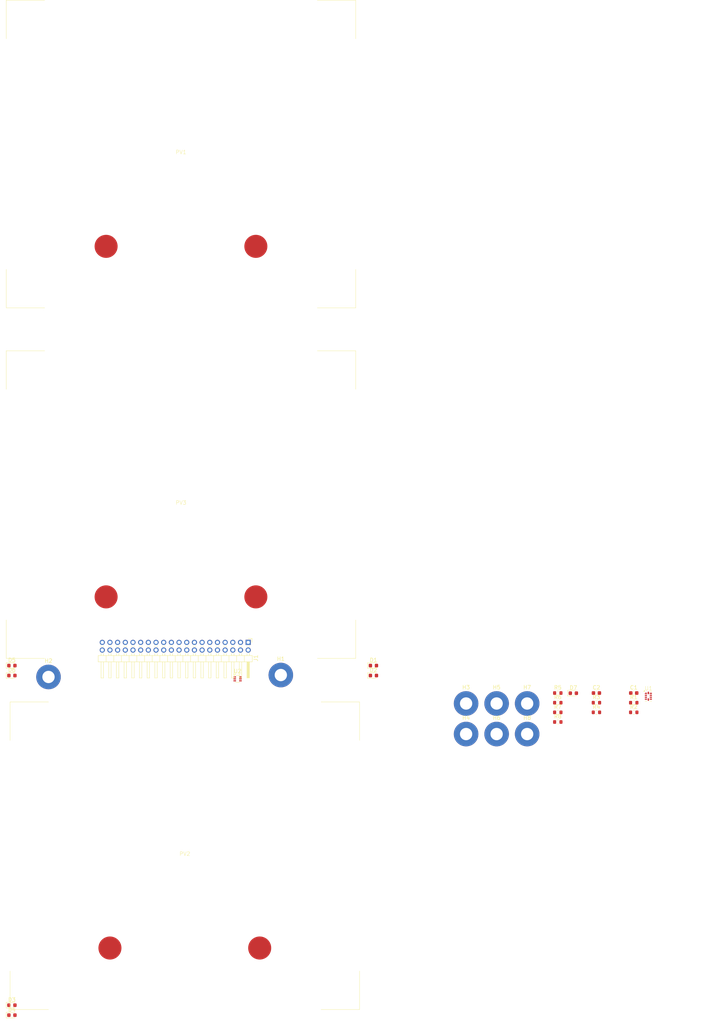
<source format=kicad_pcb>
(kicad_pcb (version 20240108) (generator "pcbnew") (generator_version "8.0")
  (layers (0 "F.Cu" signal) (31 "B.Cu" signal) (34 "B.Paste" user) (35 "F.Paste" user) (36 "B.SilkS" user "B.Silkscreen") (37 "F.SilkS" user "F.Silkscreen") (38 "B.Mask" user) (39 "F.Mask" user) (44 "Edge.Cuts" user))
  (net 0 "")
  (net 1 "/V_3.3A")
  (net 2 "/V_GND")
  (net 3 "/V_SOLAR")
  (net 4 "/SUN_SENSOR/PHOTODIODE_4")
  (net 5 "/MAGNET")
  (net 6 "/I2C_A.SCL")
  (net 7 "/RESET")
  (net 8 "/I2C_B.SCL")
  (net 9 "/V_3.3B")
  (net 10 "/CAN.H")
  (net 11 "/USB.DP")
  (net 12 "/SHUTDOWN")
  (net 13 "/I2C_A.SDA")
  (net 14 "/I2C_B.SDA")
  (net 15 "/V_BAT")
  (net 16 "/CAN.L")
  (net 17 "/USB.DM")
  (net 18 "Net-(U1-ADDR)")
  (net 19 "Net-(U2-ADD0)")
  (net 20 "/ADC/AIN_1")
  (net 21 "/ADC/AIN_2")
  (net 22 "/ADC/AIN_3")
  (net 23 "/ADC/AIN_0")
  (footprint "MountingHole:MountingHole_3.2mm_M3_Pad_TopBottom" (layer "F.Cu") (at 120 102.5)
    (property "Reference" "H1" (at 0 -4.2 0) (layer "F.SilkS"))
    (property "Value" "MountingHole_Pad")
    (pad "1" thru_hole circle (at 0 0) (size 3.6 3.6) (drill 3.2) (layers "*.Cu" "*.Mask") (net 2 "/V_GND"))
    (pad "1" connect circle (at 0 0) (size 6.4 6.4) (layers "F.Cu" "F.Mask") (net 2 "/V_GND"))
    (pad "1" connect circle (at 0 0) (size 6.4 6.4) (layers "B.Cu" "B.Mask") (net 2 "/V_GND"))
  )
  (footprint "MountingHole:MountingHole_3.2mm_M3_Pad_TopBottom" (layer "F.Cu") (at 168.25 109.9)
    (property "Reference" "H3" (at 0 -4.2 0) (layer "F.SilkS"))
    (property "Value" "MountingHole_Pad")
    (pad "1" thru_hole circle (at 0 0) (size 3.6 3.6) (drill 3.2) (layers "*.Cu" "*.Mask") (net 2 "/V_GND"))
    (pad "1" connect circle (at 0 0) (size 6.4 6.4) (layers "F.Cu" "F.Mask") (net 2 "/V_GND"))
    (pad "1" connect circle (at 0 0) (size 6.4 6.4) (layers "B.Cu" "B.Mask") (net 2 "/V_GND"))
  )
  (footprint "Package_TO_SOT_SMD:Texas_R-PDSO-N6_DRL-6" (layer "F.Cu") (at 108.74 103.5)
    (property "Reference" "U2" (at 0 -2 0) (layer "F.SilkS"))
    (property "Value" "TMP112N")
    (fp_line (start -0.39 -0.91) (end 0.6 -0.91) (stroke (width 0.12)) (layer "F.SilkS"))
    (fp_line (start 0 0.91) (end -0.6 0.91) (stroke (width 0.12)) (layer "F.SilkS"))
    (fp_line (start 0 0.91) (end 0.6 0.91) (stroke (width 0.12)) (layer "F.SilkS"))
    (fp_poly (pts (xy -0.79 -0.91) (xy -1.03 -1.24) (xy -0.55 -1.24) (xy -0.79 -0.91)) (stroke (width 0.12)) (fill solid) (layer "F.SilkS"))
    (pad "1" smd roundrect (at -0.74 -0.5) (size 0.67 0.3) (layers "F.Cu" "F.Paste" "F.Mask") (roundrect_rratio 0.1666666667) (net 6 "/I2C_A.SCL"))
    (pad "2" smd roundrect (at -0.74 0) (size 0.67 0.3) (layers "F.Cu" "F.Paste" "F.Mask") (roundrect_rratio 0.1666666667) (net 2 "/V_GND"))
    (pad "3" smd roundrect (at -0.74 0.5) (size 0.67 0.3) (layers "F.Cu" "F.Paste" "F.Mask") (roundrect_rratio 0.1666666667) (net 2 "/V_GND"))
    (pad "4" smd roundrect (at 0.74 0.5) (size 0.67 0.3) (layers "F.Cu" "F.Paste" "F.Mask") (roundrect_rratio 0.1666666667) (net 19 "Net-(U2-ADD0)"))
    (pad "5" smd roundrect (at 0.74 0) (size 0.67 0.3) (layers "F.Cu" "F.Paste" "F.Mask") (roundrect_rratio 0.1666666667) (net 1 "/V_3.3A"))
    (pad "6" smd roundrect (at 0.74 -0.5) (size 0.67 0.3) (layers "F.Cu" "F.Paste" "F.Mask") (roundrect_rratio 0.1666666667) (net 13 "/I2C_A.SDA"))
  )
  (footprint "Diode_SMD:D_0603_1608Metric" (layer "F.Cu") (at 49.97 188.37)
    (property "Reference" "D3" (at 0 -1.43 0) (layer "F.SilkS"))
    (property "Value" "D_Zener")
    (fp_line (start -1.485 -0.735) (end -1.485 0.735) (stroke (width 0.12)) (layer "F.SilkS"))
    (fp_line (start -1.485 0.735) (end 0.8 0.735) (stroke (width 0.12)) (layer "F.SilkS"))
    (fp_line (start 0.8 -0.735) (end -1.485 -0.735) (stroke (width 0.12)) (layer "F.SilkS"))
    (pad "1" smd roundrect (at -0.7875 0) (size 0.875 0.95) (layers "F.Cu" "F.Paste" "F.Mask") (net 3 "/V_SOLAR"))
    (pad "2" smd roundrect (at 0.7875 0) (size 0.875 0.95) (layers "F.Cu" "F.Paste" "F.Mask") (net 2 "/V_GND"))
  )
  (footprint "Diode_SMD:D_0603_1608Metric" (layer "F.Cu") (at 49.97 100.04)
    (property "Reference" "D5" (at 0 -1.43 0) (layer "F.SilkS"))
    (property "Value" "D_Zener")
    (fp_line (start -1.485 -0.735) (end -1.485 0.735) (stroke (width 0.12)) (layer "F.SilkS"))
    (fp_line (start -1.485 0.735) (end 0.8 0.735) (stroke (width 0.12)) (layer "F.SilkS"))
    (fp_line (start 0.8 -0.735) (end -1.485 -0.735) (stroke (width 0.12)) (layer "F.SilkS"))
    (pad "1" smd roundrect (at -0.7875 0) (size 0.875 0.95) (layers "F.Cu" "F.Paste" "F.Mask") (net 3 "/V_SOLAR"))
    (pad "2" smd roundrect (at 0.7875 0) (size 0.875 0.95) (layers "F.Cu" "F.Paste" "F.Mask") (net 2 "/V_GND"))
  )
  (footprint "MountingHole:MountingHole_3.2mm_M3_Pad_TopBottom" (layer "F.Cu") (at 168.25 117.85)
    (property "Reference" "H4" (at 0 -4.2 0) (layer "F.SilkS"))
    (property "Value" "MountingHole_Pad")
    (pad "1" thru_hole circle (at 0 0) (size 3.6 3.6) (drill 3.2) (layers "*.Cu" "*.Mask") (net 2 "/V_GND"))
    (pad "1" connect circle (at 0 0) (size 6.4 6.4) (layers "F.Cu" "F.Mask") (net 2 "/V_GND"))
    (pad "1" connect circle (at 0 0) (size 6.4 6.4) (layers "B.Cu" "B.Mask") (net 2 "/V_GND"))
  )
  (footprint "Resistor_SMD:R_0603_1608Metric" (layer "F.Cu") (at 192.13 112.2)
    (property "Reference" "R7" (at 0 -1.43 0) (layer "F.SilkS"))
    (property "Value" "4.7kΩ")
    (fp_line (start -0.237258 -0.5225) (end 0.237258 -0.5225) (stroke (width 0.12)) (layer "F.SilkS"))
    (fp_line (start -0.237258 0.5225) (end 0.237258 0.5225) (stroke (width 0.12)) (layer "F.SilkS"))
    (pad "1" smd roundrect (at -0.825 0) (size 0.8 0.95) (layers "F.Cu" "F.Paste" "F.Mask") (net 2 "/V_GND"))
    (pad "2" smd roundrect (at 0.825 0) (size 0.8 0.95) (layers "F.Cu" "F.Paste" "F.Mask") (net 22 "/ADC/AIN_3"))
  )
  (footprint "CUBESAT:SM811K08TF" (layer "F.Cu") (at 94 -33)
    (property "Reference" "PV1" (at 0 -0.5 0) (layer "F.SilkS") (effects (font (thickness 0.1))))
    (property "Value" "~")
    (fp_line (start -45.5 -40) (end -45.5 -30) (stroke (width 0.1)) (layer "F.SilkS"))
    (fp_line (start -45.5 -40) (end -35.5 -40) (stroke (width 0.1)) (layer "F.SilkS"))
    (fp_line (start -45.5 40) (end -45.5 30) (stroke (width 0.1)) (layer "F.SilkS"))
    (fp_line (start -45.5 40) (end -35.5 40) (stroke (width 0.1)) (layer "F.SilkS"))
    (fp_line (start 45.5 -40) (end 35.5 -40) (stroke (width 0.1)) (layer "F.SilkS"))
    (fp_line (start 45.5 -40) (end 45.5 -30) (stroke (width 0.1)) (layer "F.SilkS"))
    (fp_line (start 45.5 40) (end 35.5 40) (stroke (width 0.1)) (layer "F.SilkS"))
    (fp_line (start 45.5 40) (end 45.5 30) (stroke (width 0.1)) (layer "F.SilkS"))
    (pad "+" smd circle (at 19.5 24) (size 6 6) (layers "F.Cu" "F.Paste" "F.Mask"))
    (pad "-" smd circle (at -19.5 24) (size 6 6) (layers "F.Cu" "F.Paste" "F.Mask"))
  )
  (footprint "Resistor_SMD:R_0603_1608Metric" (layer "F.Cu") (at 192.13 109.69)
    (property "Reference" "R6" (at 0 -1.43 0) (layer "F.SilkS"))
    (property "Value" "4.7kΩ")
    (fp_line (start -0.237258 -0.5225) (end 0.237258 -0.5225) (stroke (width 0.12)) (layer "F.SilkS"))
    (fp_line (start -0.237258 0.5225) (end 0.237258 0.5225) (stroke (width 0.12)) (layer "F.SilkS"))
    (pad "1" smd roundrect (at -0.825 0) (size 0.8 0.95) (layers "F.Cu" "F.Paste" "F.Mask") (net 2 "/V_GND"))
    (pad "2" smd roundrect (at 0.825 0) (size 0.8 0.95) (layers "F.Cu" "F.Paste" "F.Mask") (net 21 "/ADC/AIN_2"))
  )
  (footprint "Diode_SMD:D_0603_1608Metric" (layer "F.Cu") (at 144.12 102.63)
    (property "Reference" "D2" (at 0 -1.43 0) (layer "F.SilkS"))
    (property "Value" "D_TVS")
    (fp_line (start -1.485 -0.735) (end -1.485 0.735) (stroke (width 0.12)) (layer "F.SilkS"))
    (fp_line (start -1.485 0.735) (end 0.8 0.735) (stroke (width 0.12)) (layer "F.SilkS"))
    (fp_line (start 0.8 -0.735) (end -1.485 -0.735) (stroke (width 0.12)) (layer "F.SilkS"))
    (pad "1" smd roundrect (at -0.7875 0) (size 0.875 0.95) (layers "F.Cu" "F.Paste" "F.Mask") (net 2 "/V_GND"))
    (pad "2" smd roundrect (at 0.7875 0) (size 0.875 0.95) (layers "F.Cu" "F.Paste" "F.Mask") (net 3 "/V_SOLAR"))
  )
  (footprint "Diode_SMD:D_0603_1608Metric" (layer "F.Cu") (at 144.12 100.04)
    (property "Reference" "D1" (at 0 -1.43 0) (layer "F.SilkS"))
    (property "Value" "D_Zener")
    (fp_line (start -1.485 -0.735) (end -1.485 0.735) (stroke (width 0.12)) (layer "F.SilkS"))
    (fp_line (start -1.485 0.735) (end 0.8 0.735) (stroke (width 0.12)) (layer "F.SilkS"))
    (fp_line (start 0.8 -0.735) (end -1.485 -0.735) (stroke (width 0.12)) (layer "F.SilkS"))
    (pad "1" smd roundrect (at -0.7875 0) (size 0.875 0.95) (layers "F.Cu" "F.Paste" "F.Mask") (net 3 "/V_SOLAR"))
    (pad "2" smd roundrect (at 0.7875 0) (size 0.875 0.95) (layers "F.Cu" "F.Paste" "F.Mask") (net 2 "/V_GND"))
  )
  (footprint "Package_DFN_QFN:Texas_R-PQFP-N10" (layer "F.Cu") (at 215.715 108.015)
    (property "Reference" "U1" (at 0.04 -2.05 0) (layer "F.SilkS") (effects (font (thickness 0.1))))
    (property "Value" "TLA2024")
    (fp_line (start -0.37 1.25) (end -0.85 1.25) (stroke (width 0.12)) (layer "F.SilkS"))
    (fp_line (start 0.84 1.25) (end 0.36 1.25) (stroke (width 0.12)) (layer "F.SilkS"))
    (fp_line (start 0.85 -1.25) (end 0.37 -1.25) (stroke (width 0.12)) (layer "F.SilkS"))
    (fp_poly (pts (xy -0.96 -1.25) (xy -1.24 -1.25) (xy -0.96 -1.53) (xy -0.96 -1.25)) (stroke (width 0.12)) (fill solid) (layer "F.SilkS"))
    (pad "1" smd roundrect (at -0.64 -0.75 270) (size 0.3 0.575) (layers "F.Cu" "F.Paste" "F.Mask") (roundrect_rratio 0.1666666667) (net 18 "Net-(U1-ADDR)"))
    (pad "2" smd roundrect (at -0.64 -0.25 270) (size 0.3 0.575) (layers "F.Cu" "F.Paste" "F.Mask") (roundrect_rratio 0.1666666667))
    (pad "3" smd roundrect (at -0.64 0.25 270) (size 0.3 0.575) (layers "F.Cu" "F.Paste" "F.Mask") (roundrect_rratio 0.1666666667) (net 2 "/V_GND"))
    (pad "4" smd roundrect (at -0.64 0.75 270) (size 0.3 0.575) (layers "F.Cu" "F.Paste" "F.Mask") (roundrect_rratio 0.1666666667) (net 23 "/ADC/AIN_0"))
    (pad "5" smd roundrect (at 0 0.86) (size 0.35 0.63) (layers "F.Cu" "F.Paste" "F.Mask") (roundrect_rratio 0.1428571429) (net 20 "/ADC/AIN_1"))
    (pad "6" smd roundrect (at 0.64 0.75 270) (size 0.3 0.575) (layers "F.Cu" "F.Paste" "F.Mask") (roundrect_rratio 0.1666666667) (net 21 "/ADC/AIN_2"))
    (pad "7" smd roundrect (at 0.64 0.25 270) (size 0.3 0.575) (layers "F.Cu" "F.Paste" "F.Mask") (roundrect_rratio 0.1666666667) (net 22 "/ADC/AIN_3"))
    (pad "8" smd roundrect (at 0.64 -0.25 270) (size 0.3 0.575) (layers "F.Cu" "F.Paste" "F.Mask") (roundrect_rratio 0.1666666667) (net 1 "/V_3.3A"))
    (pad "9" smd roundrect (at 0.64 -0.75 270) (size 0.3 0.575) (layers "F.Cu" "F.Paste" "F.Mask") (roundrect_rratio 0.1666666667) (net 13 "/I2C_A.SDA"))
    (pad "10" smd roundrect (at 0 -0.86) (size 0.35 0.63) (layers "F.Cu" "F.Paste" "F.Mask") (roundrect_rratio 0.1428571429) (net 6 "/I2C_A.SCL"))
  )
  (footprint "MountingHole:MountingHole_3.2mm_M3_Pad_TopBottom" (layer "F.Cu") (at 176.2 109.9)
    (property "Reference" "H5" (at 0 -4.2 0) (layer "F.SilkS"))
    (property "Value" "MountingHole_Pad")
    (pad "1" thru_hole circle (at 0 0) (size 3.6 3.6) (drill 3.2) (layers "*.Cu" "*.Mask") (net 2 "/V_GND"))
    (pad "1" connect circle (at 0 0) (size 6.4 6.4) (layers "F.Cu" "F.Mask") (net 2 "/V_GND"))
    (pad "1" connect circle (at 0 0) (size 6.4 6.4) (layers "B.Cu" "B.Mask") (net 2 "/V_GND"))
  )
  (footprint "Resistor_SMD:R_0603_1608Metric" (layer "F.Cu") (at 202.19 109.69)
    (property "Reference" "R3" (at 0 -1.43 0) (layer "F.SilkS"))
    (property "Value" "0Ω")
    (fp_line (start -0.237258 -0.5225) (end 0.237258 -0.5225) (stroke (width 0.12)) (layer "F.SilkS"))
    (fp_line (start -0.237258 0.5225) (end 0.237258 0.5225) (stroke (width 0.12)) (layer "F.SilkS"))
    (pad "1" smd roundrect (at -0.825 0) (size 0.8 0.95) (layers "F.Cu" "F.Paste" "F.Mask") (net 1 "/V_3.3A"))
    (pad "2" smd roundrect (at 0.825 0) (size 0.8 0.95) (layers "F.Cu" "F.Paste" "F.Mask") (net 19 "Net-(U2-ADD0)"))
  )
  (footprint "CUBESAT:SM811K08TF" (layer "F.Cu") (at 95 149.5)
    (property "Reference" "PV2" (at 0 -0.5 0) (layer "F.SilkS") (effects (font (thickness 0.1))))
    (property "Value" "~")
    (fp_line (start -45.5 -40) (end -45.5 -30) (stroke (width 0.1)) (layer "F.SilkS"))
    (fp_line (start -45.5 -40) (end -35.5 -40) (stroke (width 0.1)) (layer "F.SilkS"))
    (fp_line (start -45.5 40) (end -45.5 30) (stroke (width 0.1)) (layer "F.SilkS"))
    (fp_line (start -45.5 40) (end -35.5 40) (stroke (width 0.1)) (layer "F.SilkS"))
    (fp_line (start 45.5 -40) (end 35.5 -40) (stroke (width 0.1)) (layer "F.SilkS"))
    (fp_line (start 45.5 -40) (end 45.5 -30) (stroke (width 0.1)) (layer "F.SilkS"))
    (fp_line (start 45.5 40) (end 35.5 40) (stroke (width 0.1)) (layer "F.SilkS"))
    (fp_line (start 45.5 40) (end 45.5 30) (stroke (width 0.1)) (layer "F.SilkS"))
    (pad "+" smd circle (at 19.5 24) (size 6 6) (layers "F.Cu" "F.Paste" "F.Mask"))
    (pad "-" smd circle (at -19.5 24) (size 6 6) (layers "F.Cu" "F.Paste" "F.Mask"))
  )
  (footprint "MountingHole:MountingHole_3.2mm_M3_Pad_TopBottom" (layer "F.Cu") (at 184.15 109.9)
    (property "Reference" "H7" (at 0 -4.2 0) (layer "F.SilkS"))
    (property "Value" "MountingHole_Pad")
    (pad "1" thru_hole circle (at 0 0) (size 3.6 3.6) (drill 3.2) (layers "*.Cu" "*.Mask") (net 2 "/V_GND"))
    (pad "1" connect circle (at 0 0) (size 6.4 6.4) (layers "F.Cu" "F.Mask") (net 2 "/V_GND"))
    (pad "1" connect circle (at 0 0) (size 6.4 6.4) (layers "B.Cu" "B.Mask") (net 2 "/V_GND"))
  )
  (footprint "MountingHole:MountingHole_3.2mm_M3_Pad_TopBottom" (layer "F.Cu") (at 176.2 117.85)
    (property "Reference" "H6" (at 0 -4.2 0) (layer "F.SilkS"))
    (property "Value" "MountingHole_Pad")
    (pad "1" thru_hole circle (at 0 0) (size 3.6 3.6) (drill 3.2) (layers "*.Cu" "*.Mask") (net 2 "/V_GND"))
    (pad "1" connect circle (at 0 0) (size 6.4 6.4) (layers "F.Cu" "F.Mask") (net 2 "/V_GND"))
    (pad "1" connect circle (at 0 0) (size 6.4 6.4) (layers "B.Cu" "B.Mask") (net 2 "/V_GND"))
  )
  (footprint "MountingHole:MountingHole_3.2mm_M3_Pad_TopBottom" (layer "F.Cu") (at 59.5 103)
    (property "Reference" "H2" (at 0 -4.2 0) (layer "F.SilkS"))
    (property "Value" "MountingHole_Pad")
    (pad "1" thru_hole circle (at 0 0) (size 3.6 3.6) (drill 3.2) (layers "*.Cu" "*.Mask") (net 2 "/V_GND"))
    (pad "1" connect circle (at 0 0) (size 6.4 6.4) (layers "F.Cu" "F.Mask") (net 2 "/V_GND"))
    (pad "1" connect circle (at 0 0) (size 6.4 6.4) (layers "B.Cu" "B.Mask") (net 2 "/V_GND"))
  )
  (footprint "Resistor_SMD:R_0603_1608Metric" (layer "F.Cu") (at 192.13 107.18)
    (property "Reference" "R5" (at 0 -1.43 0) (layer "F.SilkS"))
    (property "Value" "4.7kΩ")
    (fp_line (start -0.237258 -0.5225) (end 0.237258 -0.5225) (stroke (width 0.12)) (layer "F.SilkS"))
    (fp_line (start -0.237258 0.5225) (end 0.237258 0.5225) (stroke (width 0.12)) (layer "F.SilkS"))
    (pad "1" smd roundrect (at -0.825 0) (size 0.8 0.95) (layers "F.Cu" "F.Paste" "F.Mask") (net 2 "/V_GND"))
    (pad "2" smd roundrect (at 0.825 0) (size 0.8 0.95) (layers "F.Cu" "F.Paste" "F.Mask") (net 20 "/ADC/AIN_1"))
  )
  (footprint "Resistor_SMD:R_0603_1608Metric" (layer "F.Cu") (at 211.91 109.69)
    (property "Reference" "R1" (at 0 -1.43 0) (layer "F.SilkS"))
    (property "Value" "0Ω")
    (fp_line (start -0.237258 -0.5225) (end 0.237258 -0.5225) (stroke (width 0.12)) (layer "F.SilkS"))
    (fp_line (start -0.237258 0.5225) (end 0.237258 0.5225) (stroke (width 0.12)) (layer "F.SilkS"))
    (pad "1" smd roundrect (at -0.825 0) (size 0.8 0.95) (layers "F.Cu" "F.Paste" "F.Mask") (net 1 "/V_3.3A"))
    (pad "2" smd roundrect (at 0.825 0) (size 0.8 0.95) (layers "F.Cu" "F.Paste" "F.Mask") (net 18 "Net-(U1-ADDR)"))
  )
  (footprint "Diode_SMD:D_0603_1608Metric" (layer "F.Cu") (at 49.97 102.63)
    (property "Reference" "D6" (at 0 -1.43 0) (layer "F.SilkS"))
    (property "Value" "D_TVS")
    (fp_line (start -1.485 -0.735) (end -1.485 0.735) (stroke (width 0.12)) (layer "F.SilkS"))
    (fp_line (start -1.485 0.735) (end 0.8 0.735) (stroke (width 0.12)) (layer "F.SilkS"))
    (fp_line (start 0.8 -0.735) (end -1.485 -0.735) (stroke (width 0.12)) (layer "F.SilkS"))
    (pad "1" smd roundrect (at -0.7875 0) (size 0.875 0.95) (layers "F.Cu" "F.Paste" "F.Mask") (net 2 "/V_GND"))
    (pad "2" smd roundrect (at 0.7875 0) (size 0.875 0.95) (layers "F.Cu" "F.Paste" "F.Mask") (net 3 "/V_SOLAR"))
  )
  (footprint "MountingHole:MountingHole_3.2mm_M3_Pad_TopBottom" (layer "F.Cu") (at 184.15 117.85)
    (property "Reference" "H8" (at 0 -4.2 0) (layer "F.SilkS"))
    (property "Value" "MountingHole_Pad")
    (pad "1" thru_hole circle (at 0 0) (size 3.6 3.6) (drill 3.2) (layers "*.Cu" "*.Mask") (net 2 "/V_GND"))
    (pad "1" connect circle (at 0 0) (size 6.4 6.4) (layers "F.Cu" "F.Mask") (net 2 "/V_GND"))
    (pad "1" connect circle (at 0 0) (size 6.4 6.4) (layers "B.Cu" "B.Mask") (net 2 "/V_GND"))
  )
  (footprint "Capacitor_SMD:C_0603_1608Metric" (layer "F.Cu") (at 202.19 107.18)
    (property "Reference" "C2" (at 0 -1.43 0) (layer "F.SilkS"))
    (property "Value" "10nF")
    (fp_line (start -0.14058 -0.51) (end 0.14058 -0.51) (stroke (width 0.12)) (layer "F.SilkS"))
    (fp_line (start -0.14058 0.51) (end 0.14058 0.51) (stroke (width 0.12)) (layer "F.SilkS"))
    (pad "1" smd roundrect (at -0.775 0) (size 0.9 0.95) (layers "F.Cu" "F.Paste" "F.Mask") (net 1 "/V_3.3A"))
    (pad "2" smd roundrect (at 0.775 0) (size 0.9 0.95) (layers "F.Cu" "F.Paste" "F.Mask") (net 2 "/V_GND"))
  )
  (footprint "CUBESAT:SM811K08TF" (layer "F.Cu") (at 94 58.17)
    (property "Reference" "PV3" (at 0 -0.5 0) (layer "F.SilkS") (effects (font (thickness 0.1))))
    (property "Value" "~")
    (fp_line (start -45.5 -40) (end -45.5 -30) (stroke (width 0.1)) (layer "F.SilkS"))
    (fp_line (start -45.5 -40) (end -35.5 -40) (stroke (width 0.1)) (layer "F.SilkS"))
    (fp_line (start -45.5 40) (end -45.5 30) (stroke (width 0.1)) (layer "F.SilkS"))
    (fp_line (start -45.5 40) (end -35.5 40) (stroke (width 0.1)) (layer "F.SilkS"))
    (fp_line (start 45.5 -40) (end 35.5 -40) (stroke (width 0.1)) (layer "F.SilkS"))
    (fp_line (start 45.5 -40) (end 45.5 -30) (stroke (width 0.1)) (layer "F.SilkS"))
    (fp_line (start 45.5 40) (end 35.5 40) (stroke (width 0.1)) (layer "F.SilkS"))
    (fp_line (start 45.5 40) (end 45.5 30) (stroke (width 0.1)) (layer "F.SilkS"))
    (pad "+" smd circle (at 19.5 24) (size 6 6) (layers "F.Cu" "F.Paste" "F.Mask"))
    (pad "-" smd circle (at -19.5 24) (size 6 6) (layers "F.Cu" "F.Paste" "F.Mask"))
  )
  (footprint "Resistor_SMD:R_0603_1608Metric" (layer "F.Cu") (at 211.91 112.2)
    (property "Reference" "R2" (at 0 -1.43 0) (layer "F.SilkS"))
    (property "Value" "0Ω")
    (fp_line (start -0.237258 -0.5225) (end 0.237258 -0.5225) (stroke (width 0.12)) (layer "F.SilkS"))
    (fp_line (start -0.237258 0.5225) (end 0.237258 0.5225) (stroke (width 0.12)) (layer "F.SilkS"))
    (pad "1" smd roundrect (at -0.825 0) (size 0.8 0.95) (layers "F.Cu" "F.Paste" "F.Mask") (net 18 "Net-(U1-ADDR)"))
    (pad "2" smd roundrect (at 0.825 0) (size 0.8 0.95) (layers "F.Cu" "F.Paste" "F.Mask") (net 2 "/V_GND"))
  )
  (footprint "Resistor_SMD:R_0603_1608Metric" (layer "F.Cu") (at 192.13 114.71)
    (property "Reference" "R8" (at 0 -1.43 0) (layer "F.SilkS"))
    (property "Value" "4.7kΩ")
    (fp_line (start -0.237258 -0.5225) (end 0.237258 -0.5225) (stroke (width 0.12)) (layer "F.SilkS"))
    (fp_line (start -0.237258 0.5225) (end 0.237258 0.5225) (stroke (width 0.12)) (layer "F.SilkS"))
    (pad "1" smd roundrect (at -0.825 0) (size 0.8 0.95) (layers "F.Cu" "F.Paste" "F.Mask") (net 2 "/V_GND"))
    (pad "2" smd roundrect (at 0.825 0) (size 0.8 0.95) (layers "F.Cu" "F.Paste" "F.Mask") (net 4 "/SUN_SENSOR/PHOTODIODE_4"))
  )
  (footprint "Capacitor_SMD:C_0603_1608Metric" (layer "F.Cu") (at 211.91 107.18)
    (property "Reference" "C1" (at 0 -1.43 0) (layer "F.SilkS"))
    (property "Value" "100nF")
    (fp_line (start -0.14058 -0.51) (end 0.14058 -0.51) (stroke (width 0.12)) (layer "F.SilkS"))
    (fp_line (start -0.14058 0.51) (end 0.14058 0.51) (stroke (width 0.12)) (layer "F.SilkS"))
    (pad "1" smd roundrect (at -0.775 0) (size 0.9 0.95) (layers "F.Cu" "F.Paste" "F.Mask") (net 1 "/V_3.3A"))
    (pad "2" smd roundrect (at 0.775 0) (size 0.9 0.95) (layers "F.Cu" "F.Paste" "F.Mask") (net 2 "/V_GND"))
  )
  (footprint "Diode_SMD:D_0603_1608Metric" (layer "F.Cu") (at 196.18 107.22)
    (property "Reference" "D7" (at 0 -1.43 0) (layer "F.SilkS"))
    (property "Value" "K857PE")
    (fp_line (start -1.485 -0.735) (end -1.485 0.735) (stroke (width 0.12)) (layer "F.SilkS"))
    (fp_line (start -1.485 0.735) (end 0.8 0.735) (stroke (width 0.12)) (layer "F.SilkS"))
    (fp_line (start 0.8 -0.735) (end -1.485 -0.735) (stroke (width 0.12)) (layer "F.SilkS"))
    (pad "1" smd roundrect (at -0.7875 0) (size 0.875 0.95) (layers "F.Cu" "F.Paste" "F.Mask") (net 4 "/SUN_SENSOR/PHOTODIODE_4"))
    (pad "2" smd roundrect (at 0.7875 0) (size 0.875 0.95) (layers "F.Cu" "F.Paste" "F.Mask") (net 1 "/V_3.3A"))
  )
  (footprint "Resistor_SMD:R_0603_1608Metric" (layer "F.Cu") (at 202.19 112.2)
    (property "Reference" "R4" (at 0 -1.43 0) (layer "F.SilkS"))
    (property "Value" "0Ω")
    (fp_line (start -0.237258 -0.5225) (end 0.237258 -0.5225) (stroke (width 0.12)) (layer "F.SilkS"))
    (fp_line (start -0.237258 0.5225) (end 0.237258 0.5225) (stroke (width 0.12)) (layer "F.SilkS"))
    (pad "1" smd roundrect (at -0.825 0) (size 0.8 0.95) (layers "F.Cu" "F.Paste" "F.Mask") (net 19 "Net-(U2-ADD0)"))
    (pad "2" smd roundrect (at 0.825 0) (size 0.8 0.95) (layers "F.Cu" "F.Paste" "F.Mask") (net 2 "/V_GND"))
  )
  (footprint "Diode_SMD:D_0603_1608Metric" (layer "F.Cu") (at 49.97 190.96)
    (property "Reference" "D4" (at 0 -1.43 0) (layer "F.SilkS"))
    (property "Value" "D_TVS")
    (fp_line (start -1.485 -0.735) (end -1.485 0.735) (stroke (width 0.12)) (layer "F.SilkS"))
    (fp_line (start -1.485 0.735) (end 0.8 0.735) (stroke (width 0.12)) (layer "F.SilkS"))
    (fp_line (start 0.8 -0.735) (end -1.485 -0.735) (stroke (width 0.12)) (layer "F.SilkS"))
    (pad "1" smd roundrect (at -0.7875 0) (size 0.875 0.95) (layers "F.Cu" "F.Paste" "F.Mask") (net 2 "/V_GND"))
    (pad "2" smd roundrect (at 0.7875 0) (size 0.875 0.95) (layers "F.Cu" "F.Paste" "F.Mask") (net 3 "/V_SOLAR"))
  )
  (footprint "Connector_PinHeader_2.00mm:PinHeader_2x20_P2.00mm_Horizontal" (layer "F.Cu") (at 111.5 94 -90)
    (property "Reference" "J1" (at 4.1 -2 90) (layer "F.SilkS"))
    (property "Value" "Conn_02x20_Odd_Even")
    (fp_line (start 3.44 39.06) (end 5.06 39.06) (stroke (width 0.12)) (layer "F.SilkS"))
    (fp_line (start 5.06 39.06) (end 5.06 -1.06) (stroke (width 0.12)) (layer "F.SilkS"))
    (fp_line (start 0.882114 38.31) (end 1.117886 38.31) (stroke (width 0.12)) (layer "F.SilkS"))
    (fp_line (start 2.882114 38.31) (end 3.44 38.31) (stroke (width 0.12)) (layer "F.SilkS"))
    (fp_line (start 9.26 38.31) (end 5.06 38.31) (stroke (width 0.12)) (layer "F.SilkS"))
    (fp_line (start 0.882114 37.69) (end 1.117886 37.69) (stroke (width 0.12)) (layer "F.SilkS"))
    (fp_line (start 2.882114 37.69) (end 3.44 37.69) (stroke (width 0.12)) (layer "F.SilkS"))
    (fp_line (start 5.06 37.69) (end 9.26 37.69) (stroke (width 0.12)) (layer "F.SilkS"))
    (fp_line (start 9.26 37.69) (end 9.26 38.31) (stroke (width 0.12)) (layer "F.SilkS"))
    (fp_line (start 3.44 37) (end 5.06 37) (stroke (width 0.12)) (layer "F.SilkS"))
    (fp_line (start 0.882114 36.31) (end 1.117886 36.31) (stroke (width 0.12)) (layer "F.SilkS"))
    (fp_line (start 2.882114 36.31) (end 3.44 36.31) (stroke (width 0.12)) (layer "F.SilkS"))
    (fp_line (start 9.26 36.31) (end 5.06 36.31) (stroke (width 0.12)) (layer "F.SilkS"))
    (fp_line (start 0.882114 35.69) (end 1.117886 35.69) (stroke (width 0.12)) (layer "F.SilkS"))
    (fp_line (start 2.882114 35.69) (end 3.44 35.69) (stroke (width 0.12)) (layer "F.SilkS"))
    (fp_line (start 5.06 35.69) (end 9.26 35.69) (stroke (width 0.12)) (layer "F.SilkS"))
    (fp_line (start 9.26 35.69) (end 9.26 36.31) (stroke (width 0.12)) (layer "F.SilkS"))
    (fp_line (start 3.44 35) (end 5.06 35) (stroke (width 0.12)) (layer "F.SilkS"))
    (fp_line (start 0.882114 34.31) (end 1.117886 34.31) (stroke (width 0.12)) (layer "F.SilkS"))
    (fp_line (start 2.882114 34.31) (end 3.44 34.31) (stroke (width 0.12)) (layer "F.SilkS"))
    (fp_line (start 9.26 34.31) (end 5.06 34.31) (stroke (width 0.12)) (layer "F.SilkS"))
    (fp_line (start 0.882114 33.69) (end 1.117886 33.69) (stroke (width 0.12)) (layer "F.SilkS"))
    (fp_line (start 2.882114 33.69) (end 3.44 33.69) (stroke (width 0.12)) (layer "F.SilkS"))
    (fp_line (start 5.06 33.69) (end 9.26 33.69) (stroke (width 0.12)) (layer "F.SilkS"))
    (fp_line (start 9.26 33.69) (end 9.26 34.31) (stroke (width 0.12)) (layer "F.SilkS"))
    (fp_line (start 3.44 33) (end 5.06 33) (stroke (width 0.12)) (layer "F.SilkS"))
    (fp_line (start 0.882114 32.31) (end 1.117886 32.31) (stroke (width 0.12)) (layer "F.SilkS"))
    (fp_line (start 2.882114 32.31) (end 3.44 32.31) (stroke (width 0.12)) (layer "F.SilkS"))
    (fp_line (start 9.26 32.31) (end 5.06 32.31) (stroke (width 0.12)) (layer "F.SilkS"))
    (fp_line (start 0.882114 31.69) (end 1.117886 31.69) (stroke (width 0.12)) (layer "F.SilkS"))
    (fp_line (start 2.882114 31.69) (end 3.44 31.69) (stroke (width 0.12)) (layer "F.SilkS"))
    (fp_line (start 5.06 31.69) (end 9.26 31.69) (stroke (width 0.12)) (layer "F.SilkS"))
    (fp_line (start 9.26 31.69) (end 9.26 32.31) (stroke (width 0.12)) (layer "F.SilkS"))
    (fp_line (start 3.44 31) (end 5.06 31) (stroke (width 0.12)) (layer "F.SilkS"))
    (fp_line (start 0.882114 30.31) (end 1.117886 30.31) (stroke (width 0.12)) (layer "F.SilkS"))
    (fp_line (start 2.882114 30.31) (end 3.44 30.31) (stroke (width 0.12)) (layer "F.SilkS"))
    (fp_line (start 9.26 30.31) (end 5.06 30.31) (stroke (width 0.12)) (layer "F.SilkS"))
    (fp_line (start 0.882114 29.69) (end 1.117886 29.69) (stroke (width 0.12)) (layer "F.SilkS"))
    (fp_line (start 2.882114 29.69) (end 3.44 29.69) (stroke (width 0.12)) (layer "F.SilkS"))
    (fp_line (start 5.06 29.69) (end 9.26 29.69) (stroke (width 0.12)) (layer "F.SilkS"))
    (fp_line (start 9.26 29.69) (end 9.26 30.31) (stroke (width 0.12)) (layer "F.SilkS"))
    (fp_line (start 3.44 29) (end 5.06 29) (stroke (width 0.12)) (layer "F.SilkS"))
    (fp_line (start 0.882114 28.31) (end 1.117886 28.31) (stroke (width 0.12)) (layer "F.SilkS"))
    (fp_line (start 2.882114 28.31) (end 3.44 28.31) (stroke (width 0.12)) (layer "F.SilkS"))
    (fp_line (start 9.26 28.31) (end 5.06 28.31) (stroke (width 0.12)) (layer "F.SilkS"))
    (fp_line (start 0.882114 27.69) (end 1.117886 27.69) (stroke (width 0.12)) (layer "F.SilkS"))
    (fp_line (start 2.882114 27.69) (end 3.44 27.69) (stroke (width 0.12)) (layer "F.SilkS"))
    (fp_line (start 5.06 27.69) (end 9.26 27.69) (stroke (width 0.12)) (layer "F.SilkS"))
    (fp_line (start 9.26 27.69) (end 9.26 28.31) (stroke (width 0.12)) (layer "F.SilkS"))
    (fp_line (start 3.44 27) (end 5.06 27) (stroke (width 0.12)) (layer "F.SilkS"))
    (fp_line (start 0.882114 26.31) (end 1.117886 26.31) (stroke (width 0.12)) (layer "F.SilkS"))
    (fp_line (start 2.882114 26.31) (end 3.44 26.31) (stroke (width 0.12)) (layer "F.SilkS"))
    (fp_line (start 9.26 26.31) (end 5.06 26.31) (stroke (width 0.12)) (layer "F.SilkS"))
    (fp_line (start 0.882114 25.69) (end 1.117886 25.69) (stroke (width 0.12)) (layer "F.SilkS"))
    (fp_line (start 2.882114 25.69) (end 3.44 25.69) (stroke (width 0.12)) (layer "F.SilkS"))
    (fp_line (start 5.06 25.69) (end 9.26 25.69) (stroke (width 0.12)) (layer "F.SilkS"))
    (fp_line (start 9.26 25.69) (end 9.26 26.31) (stroke (width 0.12)) (layer "F.SilkS"))
    (fp_line (start 3.44 25) (end 5.06 25) (stroke (width 0.12)) (layer "F.SilkS"))
    (fp_line (start 0.882114 24.31) (end 1.117886 24.31) (stroke (width 0.12)) (layer "F.SilkS"))
    (fp_line (start 2.882114 24.31) (end 3.44 24.31) (stroke (width 0.12)) (layer "F.SilkS"))
    (fp_line (start 9.26 24.31) (end 5.06 24.31) (stroke (width 0.12)) (layer "F.SilkS"))
    (fp_line (start 0.882114 23.69) (end 1.117886 23.69) (stroke (width 0.12)) (layer "F.SilkS"))
    (fp_line (start 2.882114 23.69) (end 3.44 23.69) (stroke (width 0.12)) (layer "F.SilkS"))
    (fp_line (start 5.06 23.69) (end 9.26 23.69) (stroke (width 0.12)) (layer "F.SilkS"))
    (fp_line (start 9.26 23.69) (end 9.26 24.31) (stroke (width 0.12)) (layer "F.SilkS"))
    (fp_line (start 3.44 23) (end 5.06 23) (stroke (width 0.12)) (layer "F.SilkS"))
    (fp_line (start 0.882114 22.31) (end 1.117886 22.31) (stroke (width 0.12)) (layer "F.SilkS"))
    (fp_line (start 2.882114 22.31) (end 3.44 22.31) (stroke (width 0.12)) (layer "F.SilkS"))
    (fp_line (start 9.26 22.31) (end 5.06 22.31) (stroke (width 0.12)) (layer "F.SilkS"))
    (fp_line (start 0.882114 21.69) (end 1.117886 21.69) (stroke (width 0.12)) (layer "F.SilkS"))
    (fp_line (start 2.882114 21.69) (end 3.44 21.69) (stroke (width 0.12)) (layer "F.SilkS"))
    (fp_line (start 5.06 21.69) (end 9.26 21.69) (stroke (width 0.12)) (layer "F.SilkS"))
    (fp_line (start 9.26 21.69) (end 9.26 22.31) (stroke (width 0.12)) (layer "F.SilkS"))
    (fp_line (start 3.44 21) (end 5.06 21) (stroke (width 0.12)) (layer "F.SilkS"))
    (fp_line (start 0.882114 20.31) (end 1.117886 20.31) (stroke (width 0.12)) (layer "F.SilkS"))
    (fp_line (start 2.882114 20.31) (end 3.44 20.31) (stroke (width 0.12)) (layer "F.SilkS"))
    (fp_line (start 9.26 20.31) (end 5.06 20.31) (stroke (width 0.12)) (layer "F.SilkS"))
    (fp_line (start 0.882114 19.69) (end 1.117886 19.69) (stroke (width 0.12)) (layer "F.SilkS"))
    (fp_line (start 2.882114 19.69) (end 3.44 19.69) (stroke (width 0.12)) (layer "F.SilkS"))
    (fp_line (start 5.06 19.69) (end 9.26 19.69) (stroke (width 0.12)) (layer "F.SilkS"))
    (fp_line (start 9.26 19.69) (end 9.26 20.31) (stroke (width 0.12)) (layer "F.SilkS"))
    (fp_line (start 3.44 19) (end 5.06 19) (stroke (width 0.12)) (layer "F.SilkS"))
    (fp_line (start 0.882114 18.31) (end 1.117886 18.31) (stroke (width 0.12)) (layer "F.SilkS"))
    (fp_line (start 2.882114 18.31) (end 3.44 18.31) (stroke (width 0.12)) (layer "F.SilkS"))
    (fp_line (start 9.26 18.31) (end 5.06 18.31) (stroke (width 0.12)) (layer "F.SilkS"))
    (fp_line (start 0.882114 17.69) (end 1.117886 17.69) (stroke (width 0.12)) (layer "F.SilkS"))
    (fp_line (start 2.882114 17.69) (end 3.44 17.69) (stroke (width 0.12)) (layer "F.SilkS"))
    (fp_line (start 5.06 17.69) (end 9.26 17.69) (stroke (width 0.12)) (layer "F.SilkS"))
    (fp_line (start 9.26 17.69) (end 9.26 18.31) (stroke (width 0.12)) (layer "F.SilkS"))
    (fp_line (start 3.44 17) (end 5.06 17) (stroke (width 0.12)) (layer "F.SilkS"))
    (fp_line (start 0.882114 16.31) (end 1.117886 16.31) (stroke (width 0.12)) (layer "F.SilkS"))
    (fp_line (start 2.882114 16.31) (end 3.44 16.31) (stroke (width 0.12)) (layer "F.SilkS"))
    (fp_line (start 9.26 16.31) (end 5.06 16.31) (stroke (width 0.12)) (layer "F.SilkS"))
    (fp_line (start 0.882114 15.69) (end 1.117886 15.69) (stroke (width 0.12)) (layer "F.SilkS"))
    (fp_line (start 2.882114 15.69) (end 3.44 15.69) (stroke (width 0.12)) (layer "F.SilkS"))
    (fp_line (start 5.06 15.69) (end 9.26 15.69) (stroke (width 0.12)) (layer "F.SilkS"))
    (fp_line (start 9.26 15.69) (end 9.26 16.31) (stroke (width 0.12)) (layer "F.SilkS"))
    (fp_line (start 3.44 15) (end 5.06 15) (stroke (width 0.12)) (layer "F.SilkS"))
    (fp_line (start 0.882114 14.31) (end 1.117886 14.31) (stroke (width 0.12)) (layer "F.SilkS"))
    (fp_line (start 2.882114 14.31) (end 3.44 14.31) (stroke (width 0.12)) (layer "F.SilkS"))
    (fp_line (start 9.26 14.31) (end 5.06 14.31) (stroke (width 0.12)) (layer "F.SilkS"))
    (fp_line (start 0.882114 13.69) (end 1.117886 13.69) (stroke (width 0.12)) (layer "F.SilkS"))
    (fp_line (start 2.882114 13.69) (end 3.44 13.69) (stroke (width 0.12)) (layer "F.SilkS"))
    (fp_line (start 5.06 13.69) (end 9.26 13.69) (stroke (width 0.12)) (layer "F.SilkS"))
    (fp_line (start 9.26 13.69) (end 9.26 14.31) (stroke (width 0.12)) (layer "F.SilkS"))
    (fp_line (start 3.44 13) (end 5.06 13) (stroke (width 0.12)) (layer "F.SilkS"))
    (fp_line (start 0.882114 12.31) (end 1.117886 12.31) (stroke (width 0.12)) (layer "F.SilkS"))
    (fp_line (start 2.882114 12.31) (end 3.44 12.31) (stroke (width 0.12)) (layer "F.SilkS"))
    (fp_line (start 9.26 12.31) (end 5.06 12.31) (stroke (width 0.12)) (layer "F.SilkS"))
    (fp_line (start 0.882114 11.69) (end 1.117886 11.69) (stroke (width 0.12)) (layer "F.SilkS"))
    (fp_line (start 2.882114 11.69) (end 3.44 11.69) (stroke (width 0.12)) (layer "F.SilkS"))
    (fp_line (start 5.06 11.69) (end 9.26 11.69) (stroke (width 0.12)) (layer "F.SilkS"))
    (fp_line (start 9.26 11.69) (end 9.26 12.31) (stroke (width 0.12)) (layer "F.SilkS"))
    (fp_line (start 3.44 11) (end 5.06 11) (stroke (width 0.12)) (layer "F.SilkS"))
    (fp_line (start 0.882114 10.31) (end 1.117886 10.31) (stroke (width 0.12)) (layer "F.SilkS"))
    (fp_line (start 2.882114 10.31) (end 3.44 10.31) (stroke (width 0.12)) (layer "F.SilkS"))
    (fp_line (start 9.26 10.31) (end 5.06 10.31) (stroke (width 0.12)) (layer "F.SilkS"))
    (fp_line (start 0.882114 9.69) (end 1.117886 9.69) (stroke (width 0.12)) (layer "F.SilkS"))
    (fp_line (start 2.882114 9.69) (end 3.44 9.69) (stroke (width 0.12)) (layer "F.SilkS"))
    (fp_line (start 5.06 9.69) (end 9.26 9.69) (stroke (width 0.12)) (layer "F.SilkS"))
    (fp_line (start 9.26 9.69) (end 9.26 10.31) (stroke (width 0.12)) (layer "F.SilkS"))
    (fp_line (start 3.44 9) (end 5.06 9) (stroke (width 0.12)) (layer "F.SilkS"))
    (fp_line (start 0.882114 8.31) (end 1.117886 8.31) (stroke (width 0.12)) (layer "F.SilkS"))
    (fp_line (start 2.882114 8.31) (end 3.44 8.31) (stroke (width 0.12)) (layer "F.SilkS"))
    (fp_line (start 9.26 8.31) (end 5.06 8.31) (stroke (width 0.12)) (layer "F.SilkS"))
    (fp_line (start 0.882114 7.69) (end 1.117886 7.69) (stroke (width 0.12)) (layer "F.SilkS"))
    (fp_line (start 2.882114 7.69) (end 3.44 7.69) (stroke (width 0.12)) (layer "F.SilkS"))
    (fp_line (start 5.06 7.69) (end 9.26 7.69) (stroke (width 0.12)) (layer "F.SilkS"))
    (fp_line (start 9.26 7.69) (end 9.26 8.31) (stroke (width 0.12)) (layer "F.SilkS"))
    (fp_line (start 3.44 7) (end 5.06 7) (stroke (width 0.12)) (layer "F.SilkS"))
    (fp_line (start 0.882114 6.31) (end 1.117886 6.31) (stroke (width 0.12)) (layer "F.SilkS"))
    (fp_line (start 2.882114 6.31) (end 3.44 6.31) (stroke (width 0.12)) (layer "F.SilkS"))
    (fp_line (start 9.26 6.31) (end 5.06 6.31) (stroke (width 0.12)) (layer "F.SilkS"))
    (fp_line (start 0.882114 5.69) (end 1.117886 5.69) (stroke (width 0.12)) (layer "F.SilkS"))
    (fp_line (start 2.882114 5.69) (end 3.44 5.69) (stroke (width 0.12)) (layer "F.SilkS"))
    (fp_line (start 5.06 5.69) (end 9.26 5.69) (stroke (width 0.12)) (layer "F.SilkS"))
    (fp_line (start 9.26 5.69) (end 9.26 6.31) (stroke (width 0.12)) (layer "F.SilkS"))
    (fp_line (start 3.44 5) (end 5.06 5) (stroke (width 0.12)) (layer "F.SilkS"))
    (fp_line (start 0.882114 4.31) (end 1.117886 4.31) (stroke (width 0.12)) (layer "F.SilkS"))
    (fp_line (start 2.882114 4.31) (end 3.44 4.31) (stroke (width 0.12)) (layer "F.SilkS"))
    (fp_line (start 9.26 4.31) (end 5.06 4.31) (stroke (width 0.12)) (layer "F.SilkS"))
    (fp_line (start 0.882114 3.69) (end 1.117886 3.69) (stroke (width 0.12)) (layer "F.SilkS"))
    (fp_line (start 2.882114 3.69) (end 3.44 3.69) (stroke (width 0.12)) (layer "F.SilkS"))
    (fp_line (start 5.06 3.69) (end 9.26 3.69) (stroke (width 0.12)) (layer "F.SilkS"))
    (fp_line (start 9.26 3.69) (end 9.26 4.31) (stroke (width 0.12)) (layer "F.SilkS"))
    (fp_line (start 3.44 3) (end 5.06 3) (stroke (width 0.12)) (layer "F.SilkS"))
    (fp_line (start 0.882114 2.31) (end 1.117886 2.31) (stroke (width 0.12)) (layer "F.SilkS"))
    (fp_line (start 2.882114 2.31) (end 3.44 2.31) (stroke (width 0.12)) (layer "F.SilkS"))
    (fp_line (start 9.26 2.31) (end 5.06 2.31) (stroke (width 0.12)) (layer "F.SilkS"))
    (fp_line (start 0.882114 1.69) (end 1.117886 1.69) (stroke (width 0.12)) (layer "F.SilkS"))
    (fp_line (start 2.882114 1.69) (end 3.44 1.69) (stroke (width 0.12)) (layer "F.SilkS"))
    (fp_line (start 5.06 1.69) (end 9.26 1.69) (stroke (width 0.12)) (layer "F.SilkS"))
    (fp_line (start 9.26 1.69) (end 9.26 2.31) (stroke (width 0.12)) (layer "F.SilkS"))
    (fp_line (start 3.44 1) (end 5.06 1) (stroke (width 0.12)) (layer "F.SilkS"))
    (fp_line (start 0.935 0.31) (end 1.117886 0.31) (stroke (width 0.12)) (layer "F.SilkS"))
    (fp_line (start 2.882114 0.31) (end 3.44 0.31) (stroke (width 0.12)) (layer "F.SilkS"))
    (fp_line (start 9.26 0.31) (end 5.06 0.31) (stroke (width 0.12)) (layer "F.SilkS"))
    (fp_line (start 5.06 0.23) (end 9.26 0.23) (stroke (width 0.12)) (layer "F.SilkS"))
    (fp_line (start 5.06 0.11) (end 9.26 0.11) (stroke (width 0.12)) (layer "F.SilkS"))
    (fp_line (start -1 0) (end -1 -1) (stroke (width 0.12)) (layer "F.SilkS"))
    (fp_line (start 5.06 -0.01) (end 9.26 -0.01) (stroke (width 0.12)) (layer "F.SilkS"))
    (fp_line (start 5.06 -0.13) (end 9.26 -0.13) (stroke (width 0.12)) (layer "F.SilkS"))
    (fp_line (start 5.06 -0.25) (end 9.26 -0.25) (stroke (width 0.12)) (layer "F.SilkS"))
    (fp_line (start 0.935 -0.31) (end 1.117886 -0.31) (stroke (width 0.12)) (layer "F.SilkS"))
    (fp_line (start 2.882114 -0.31) (end 3.44 -0.31) (stroke (width 0.12)) (layer "F.SilkS"))
    (fp_line (start 5.06 -0.31) (end 9.26 -0.31) (stroke (width 0.12)) (layer "F.SilkS"))
    (fp_line (start 9.26 -0.31) (end 9.26 0.31) (stroke (width 0.12)) (layer "F.SilkS"))
    (fp_line (start -1 -1) (end 0 -1) (stroke (width 0.12)) (layer "F.SilkS"))
    (fp_line (start 3.44 -1.06) (end 3.44 39.06) (stroke (width 0.12)) (layer "F.SilkS"))
    (fp_line (start 5.06 -1.06) (end 3.44 -1.06) (stroke (width 0.12)) (layer "F.SilkS"))
    (pad "1" thru_hole rect (at 0 0 270) (size 1.35 1.35) (drill 0.8) (layers "*.Cu" "*.Mask") (net 15 "/V_BAT"))
    (pad "2" thru_hole oval (at 2 0 270) (size 1.35 1.35) (drill 0.8) (layers "*.Cu" "*.Mask") (net 15 "/V_BAT"))
    (pad "3" thru_hole oval (at 0 2 270) (size 1.35 1.35) (drill 0.8) (layers "*.Cu" "*.Mask") (net 15 "/V_BAT"))
    (pad "4" thru_hole oval (at 2 2 270) (size 1.35 1.35) (drill 0.8) (layers "*.Cu" "*.Mask") (net 15 "/V_BAT"))
    (pad "5" thru_hole oval (at 0 4 270) (size 1.35 1.35) (drill 0.8) (layers "*.Cu" "*.Mask") (net 2 "/V_GND"))
    (pad "6" thru_hole oval (at 2 4 270) (size 1.35 1.35) (drill 0.8) (layers "*.Cu" "*.Mask") (net 2 "/V_GND"))
    (pad "7" thru_hole oval (at 0 6 270) (size 1.35 1.35) (drill 0.8) (layers "*.Cu" "*.Mask") (net 10 "/CAN.H"))
    (pad "8" thru_hole oval (at 2 6 270) (size 1.35 1.35) (drill 0.8) (layers "*.Cu" "*.Mask") (net 10 "/CAN.H"))
    (pad "9" thru_hole oval (at 0 8 270) (size 1.35 1.35) (drill 0.8) (layers "*.Cu" "*.Mask") (net 16 "/CAN.L"))
    (pad "10" thru_hole oval (at 2 8 270) (size 1.35 1.35) (drill 0.8) (layers "*.Cu" "*.Mask") (net 16 "/CAN.L"))
    (pad "11" thru_hole oval (at 0 10 270) (size 1.35 1.35) (drill 0.8) (layers "*.Cu" "*.Mask") (net 12 "/SHUTDOWN"))
    (pad "12" thru_hole oval (at 2 10 270) (size 1.35 1.35) (drill 0.8) (layers "*.Cu" "*.Mask") (net 12 "/SHUTDOWN"))
    (pad "13" thru_hole oval (at 0 12 270) (size 1.35 1.35) (drill 0.8) (layers "*.Cu" "*.Mask") (net 13 "/I2C_A.SDA"))
    (pad "14" thru_hole oval (at 2 12 270) (size 1.35 1.35) (drill 0.8) (layers "*.Cu" "*.Mask") (net 13 "/I2C_A.SDA"))
    (pad "15" thru_hole oval (at 0 14 270) (size 1.35 1.35) (drill 0.8) (layers "*.Cu" "*.Mask") (net 6 "/I2C_A.SCL"))
    (pad "16" thru_hole oval (at 2 14 270) (size 1.35 1.35) (drill 0.8) (layers "*.Cu" "*.Mask") (net 6 "/I2C_A.SCL"))
    (pad "17" thru_hole oval (at 0 16 270) (size 1.35 1.35) (drill 0.8) (layers "*.Cu" "*.Mask") (net 1 "/V_3.3A"))
    (pad "18" thru_hole oval (at 2 16 270) (size 1.35 1.35) (drill 0.8) (layers "*.Cu" "*.Mask") (net 1 "/V_3.3A"))
    (pad "19" thru_hole oval (at 0 18 270) (size 1.35 1.35) (drill 0.8) (layers "*.Cu" "*.Mask") (net 5 "/MAGNET"))
    (pad "20" thru_hole oval (at 2 18 270) (size 1.35 1.35) (drill 0.8) (layers "*.Cu" "*.Mask") (net 5 "/MAGNET"))
    (pad "21" thru_hole oval (at 0 20 270) (size 1.35 1.35) (drill 0.8) (layers "*.Cu" "*.Mask") (net 5 "/MAGNET"))
    (pad "22" thru_hole oval (at 2 20 270) (size 1.35 1.35) (drill 0.8) (layers "*.Cu" "*.Mask") (net 5 "/MAGNET"))
    (pad "23" thru_hole oval (at 0 22 270) (size 1.35 1.35) (drill 0.8) (layers "*.Cu" "*.Mask") (net 9 "/V_3.3B"))
    (pad "24" thru_hole oval (at 2 22 270) (size 1.35 1.35) (drill 0.8) (layers "*.Cu" "*.Mask") (net 9 "/V_3.3B"))
    (pad "25" thru_hole oval (at 0 24 270) (size 1.35 1.35) (drill 0.8) (layers "*.Cu" "*.Mask") (net 8 "/I2C_B.SCL"))
    (pad "26" thru_hole oval (at 2 24 270) (size 1.35 1.35) (drill 0.8) (layers "*.Cu" "*.Mask") (net 8 "/I2C_B.SCL"))
    (pad "27" thru_hole oval (at 0 26 270) (size 1.35 1.35) (drill 0.8) (layers "*.Cu" "*.Mask") (net 14 "/I2C_B.SDA"))
    (pad "28" thru_hole oval (at 2 26 270) (size 1.35 1.35) (drill 0.8) (layers "*.Cu" "*.Mask") (net 14 "/I2C_B.SDA"))
    (pad "29" thru_hole oval (at 0 28 270) (size 1.35 1.35) (drill 0.8) (layers "*.Cu" "*.Mask") (net 7 "/RESET"))
    (pad "30" thru_hole oval (at 2 28 270) (size 1.35 1.35) (drill 0.8) (layers "*.Cu" "*.Mask") (net 7 "/RESET"))
    (pad "31" thru_hole oval (at 0 30 270) (size 1.35 1.35) (drill 0.8) (layers "*.Cu" "*.Mask") (net 17 "/USB.DM"))
    (pad "32" thru_hole oval (at 2 30 270) (size 1.35 1.35) (drill 0.8) (layers "*.Cu" "*.Mask") (net 17 "/USB.DM"))
    (pad "33" thru_hole oval (at 0 32 270) (size 1.35 1.35) (drill 0.8) (layers "*.Cu" "*.Mask") (net 11 "/USB.DP"))
    (pad "34" thru_hole oval (at 2 32 270) (size 1.35 1.35) (drill 0.8) (layers "*.Cu" "*.Mask") (net 11 "/USB.DP"))
    (pad "35" thru_hole oval (at 0 34 270) (size 1.35 1.35) (drill 0.8) (layers "*.Cu" "*.Mask") (net 2 "/V_GND"))
    (pad "36" thru_hole oval (at 2 34 270) (size 1.35 1.35) (drill 0.8) (layers "*.Cu" "*.Mask") (net 2 "/V_GND"))
    (pad "37" thru_hole oval (at 0 36 270) (size 1.35 1.35) (drill 0.8) (layers "*.Cu" "*.Mask") (net 3 "/V_SOLAR"))
    (pad "38" thru_hole oval (at 2 36 270) (size 1.35 1.35) (drill 0.8) (layers "*.Cu" "*.Mask") (net 3 "/V_SOLAR"))
    (pad "39" thru_hole oval (at 0 38 270) (size 1.35 1.35) (drill 0.8) (layers "*.Cu" "*.Mask") (net 3 "/V_SOLAR"))
    (pad "40" thru_hole oval (at 2 38 270) (size 1.35 1.35) (drill 0.8) (layers "*.Cu" "*.Mask") (net 3 "/V_SOLAR"))
  )
)
</source>
